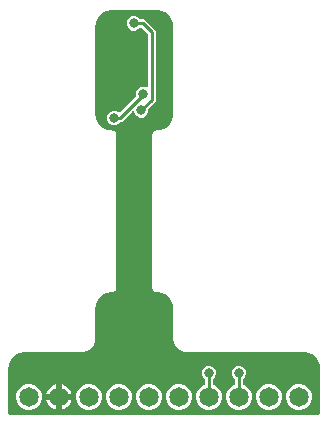
<source format=gbr>
G04 EAGLE Gerber RS-274X export*
G75*
%MOMM*%
%FSLAX34Y34*%
%LPD*%
%INBottom Copper*%
%IPPOS*%
%AMOC8*
5,1,8,0,0,1.08239X$1,22.5*%
G01*
%ADD10C,1.650000*%
%ADD11C,0.806400*%
%ADD12C,0.254000*%
%ADD13C,0.254000*%

G36*
X260468Y16D02*
X260468Y16D01*
X260587Y23D01*
X260625Y36D01*
X260666Y41D01*
X260776Y84D01*
X260889Y121D01*
X260924Y143D01*
X260961Y158D01*
X261057Y228D01*
X261158Y291D01*
X261186Y321D01*
X261219Y344D01*
X261295Y436D01*
X261376Y523D01*
X261396Y558D01*
X261421Y589D01*
X261472Y697D01*
X261530Y801D01*
X261540Y841D01*
X261557Y877D01*
X261579Y994D01*
X261609Y1109D01*
X261613Y1170D01*
X261617Y1190D01*
X261615Y1210D01*
X261619Y1270D01*
X261619Y36830D01*
X261617Y36852D01*
X261614Y36941D01*
X261421Y39146D01*
X261415Y39176D01*
X261415Y39206D01*
X261383Y39364D01*
X260810Y41502D01*
X260799Y41530D01*
X260793Y41560D01*
X260734Y41710D01*
X259799Y43716D01*
X259783Y43742D01*
X259772Y43771D01*
X259688Y43908D01*
X258418Y45721D01*
X258398Y45744D01*
X258383Y45770D01*
X258276Y45891D01*
X256711Y47456D01*
X256687Y47475D01*
X256667Y47498D01*
X256541Y47598D01*
X254728Y48868D01*
X254701Y48882D01*
X254678Y48902D01*
X254536Y48979D01*
X252530Y49914D01*
X252501Y49924D01*
X252475Y49939D01*
X252322Y49990D01*
X250184Y50563D01*
X250154Y50567D01*
X250125Y50577D01*
X249966Y50601D01*
X247761Y50794D01*
X247739Y50794D01*
X247650Y50799D01*
X148645Y50799D01*
X146606Y50978D01*
X144682Y51493D01*
X142877Y52335D01*
X141246Y53477D01*
X139837Y54886D01*
X138695Y56517D01*
X137853Y58322D01*
X137338Y60246D01*
X137159Y62285D01*
X137159Y87630D01*
X137157Y87652D01*
X137154Y87741D01*
X136961Y89946D01*
X136955Y89976D01*
X136955Y90006D01*
X136923Y90164D01*
X136350Y92302D01*
X136339Y92330D01*
X136333Y92360D01*
X136274Y92510D01*
X135339Y94516D01*
X135323Y94542D01*
X135312Y94571D01*
X135228Y94708D01*
X133958Y96521D01*
X133938Y96544D01*
X133923Y96570D01*
X133816Y96691D01*
X132251Y98256D01*
X132227Y98275D01*
X132207Y98298D01*
X132081Y98398D01*
X130268Y99668D01*
X130241Y99682D01*
X130218Y99702D01*
X130076Y99779D01*
X128070Y100714D01*
X128041Y100724D01*
X128015Y100739D01*
X127862Y100790D01*
X125724Y101363D01*
X125694Y101367D01*
X125665Y101377D01*
X125506Y101401D01*
X123317Y101593D01*
X122344Y101703D01*
X121540Y101984D01*
X120819Y102437D01*
X120217Y103039D01*
X119764Y103760D01*
X119483Y104564D01*
X119379Y105481D01*
X119379Y237419D01*
X119483Y238336D01*
X119764Y239140D01*
X119807Y239208D01*
X119807Y239209D01*
X120217Y239861D01*
X120819Y240463D01*
X121540Y240916D01*
X122344Y241197D01*
X123317Y241307D01*
X125506Y241499D01*
X125536Y241505D01*
X125566Y241505D01*
X125724Y241537D01*
X127862Y242110D01*
X127890Y242121D01*
X127920Y242127D01*
X128070Y242186D01*
X130076Y243121D01*
X130102Y243137D01*
X130131Y243148D01*
X130268Y243232D01*
X132081Y244502D01*
X132104Y244522D01*
X132130Y244537D01*
X132251Y244644D01*
X133816Y246209D01*
X133835Y246233D01*
X133858Y246253D01*
X133958Y246379D01*
X135228Y248192D01*
X135242Y248219D01*
X135262Y248242D01*
X135339Y248384D01*
X136274Y250390D01*
X136284Y250419D01*
X136299Y250445D01*
X136350Y250598D01*
X136923Y252736D01*
X136927Y252766D01*
X136937Y252795D01*
X136961Y252954D01*
X137154Y255159D01*
X137154Y255181D01*
X137159Y255270D01*
X137159Y326390D01*
X137157Y326412D01*
X137154Y326501D01*
X136961Y328706D01*
X136955Y328736D01*
X136955Y328766D01*
X136923Y328924D01*
X136350Y331062D01*
X136339Y331090D01*
X136333Y331120D01*
X136274Y331270D01*
X135339Y333276D01*
X135323Y333302D01*
X135312Y333331D01*
X135228Y333468D01*
X133958Y335281D01*
X133938Y335304D01*
X133923Y335330D01*
X133816Y335451D01*
X132251Y337016D01*
X132227Y337035D01*
X132207Y337058D01*
X132081Y337158D01*
X130268Y338428D01*
X130241Y338442D01*
X130218Y338462D01*
X130076Y338539D01*
X128070Y339474D01*
X128041Y339484D01*
X128015Y339499D01*
X127862Y339550D01*
X125724Y340123D01*
X125694Y340127D01*
X125665Y340137D01*
X125506Y340161D01*
X123301Y340354D01*
X123279Y340354D01*
X123190Y340359D01*
X87630Y340359D01*
X87609Y340357D01*
X87519Y340354D01*
X85314Y340161D01*
X85284Y340155D01*
X85254Y340155D01*
X85096Y340123D01*
X82958Y339550D01*
X82930Y339539D01*
X82900Y339533D01*
X82750Y339474D01*
X80744Y338539D01*
X80718Y338523D01*
X80689Y338512D01*
X80552Y338428D01*
X78739Y337158D01*
X78716Y337138D01*
X78690Y337123D01*
X78569Y337016D01*
X77004Y335451D01*
X76985Y335427D01*
X76962Y335407D01*
X76862Y335281D01*
X75592Y333468D01*
X75578Y333441D01*
X75558Y333418D01*
X75481Y333276D01*
X74546Y331270D01*
X74536Y331241D01*
X74521Y331215D01*
X74470Y331062D01*
X73897Y328924D01*
X73893Y328894D01*
X73883Y328865D01*
X73859Y328706D01*
X73666Y326501D01*
X73666Y326479D01*
X73661Y326390D01*
X73661Y255270D01*
X73663Y255249D01*
X73666Y255159D01*
X73859Y252954D01*
X73865Y252924D01*
X73865Y252894D01*
X73897Y252736D01*
X74470Y250598D01*
X74481Y250570D01*
X74487Y250540D01*
X74546Y250390D01*
X75481Y248384D01*
X75497Y248358D01*
X75508Y248329D01*
X75592Y248192D01*
X76862Y246379D01*
X76882Y246356D01*
X76897Y246330D01*
X77004Y246209D01*
X78569Y244644D01*
X78593Y244625D01*
X78613Y244602D01*
X78739Y244502D01*
X80552Y243232D01*
X80579Y243218D01*
X80602Y243198D01*
X80744Y243121D01*
X82750Y242186D01*
X82779Y242176D01*
X82805Y242161D01*
X82958Y242110D01*
X85096Y241537D01*
X85126Y241533D01*
X85155Y241523D01*
X85314Y241499D01*
X87503Y241307D01*
X88476Y241197D01*
X89280Y240916D01*
X90001Y240463D01*
X90603Y239861D01*
X91056Y239140D01*
X91337Y238336D01*
X91441Y237419D01*
X91441Y105481D01*
X91337Y104564D01*
X91056Y103760D01*
X90887Y103491D01*
X90887Y103490D01*
X90603Y103039D01*
X90001Y102437D01*
X89280Y101984D01*
X88476Y101703D01*
X87503Y101593D01*
X85314Y101401D01*
X85284Y101395D01*
X85254Y101395D01*
X85096Y101363D01*
X82958Y100790D01*
X82930Y100779D01*
X82900Y100773D01*
X82750Y100714D01*
X80744Y99779D01*
X80718Y99763D01*
X80689Y99752D01*
X80552Y99668D01*
X78739Y98398D01*
X78716Y98378D01*
X78690Y98363D01*
X78569Y98256D01*
X77004Y96691D01*
X76985Y96667D01*
X76962Y96647D01*
X76862Y96521D01*
X75592Y94708D01*
X75578Y94681D01*
X75558Y94658D01*
X75481Y94516D01*
X74546Y92510D01*
X74536Y92481D01*
X74521Y92455D01*
X74470Y92302D01*
X73897Y90164D01*
X73893Y90134D01*
X73883Y90105D01*
X73859Y89946D01*
X73666Y87741D01*
X73666Y87719D01*
X73661Y87630D01*
X73661Y62285D01*
X73482Y60246D01*
X72967Y58322D01*
X72125Y56517D01*
X70983Y54886D01*
X69574Y53477D01*
X67943Y52335D01*
X66138Y51493D01*
X64214Y50978D01*
X62175Y50799D01*
X13970Y50799D01*
X13949Y50797D01*
X13859Y50794D01*
X11654Y50601D01*
X11624Y50595D01*
X11594Y50595D01*
X11436Y50563D01*
X9298Y49990D01*
X9270Y49979D01*
X9240Y49973D01*
X9090Y49914D01*
X7084Y48979D01*
X7058Y48963D01*
X7029Y48952D01*
X6892Y48868D01*
X5079Y47598D01*
X5056Y47578D01*
X5030Y47563D01*
X4909Y47456D01*
X3344Y45891D01*
X3325Y45867D01*
X3302Y45847D01*
X3202Y45721D01*
X1932Y43908D01*
X1918Y43881D01*
X1898Y43858D01*
X1821Y43716D01*
X886Y41710D01*
X876Y41681D01*
X861Y41655D01*
X810Y41502D01*
X237Y39364D01*
X233Y39334D01*
X223Y39305D01*
X199Y39146D01*
X6Y36941D01*
X6Y36919D01*
X5Y36899D01*
X3Y36890D01*
X4Y36880D01*
X1Y36830D01*
X1Y1270D01*
X16Y1152D01*
X23Y1033D01*
X36Y995D01*
X41Y954D01*
X84Y844D01*
X121Y731D01*
X143Y696D01*
X158Y659D01*
X228Y563D01*
X291Y462D01*
X321Y434D01*
X344Y401D01*
X436Y326D01*
X523Y244D01*
X558Y224D01*
X589Y199D01*
X697Y148D01*
X801Y90D01*
X841Y80D01*
X877Y63D01*
X994Y41D01*
X1109Y11D01*
X1170Y7D01*
X1190Y3D01*
X1210Y5D01*
X1270Y1D01*
X260350Y1D01*
X260468Y16D01*
G37*
%LPC*%
G36*
X87694Y244125D02*
X87694Y244125D01*
X85465Y245049D01*
X83759Y246755D01*
X82835Y248984D01*
X82835Y251396D01*
X83759Y253625D01*
X85465Y255331D01*
X87694Y256255D01*
X90106Y256255D01*
X92335Y255331D01*
X92495Y255171D01*
X92590Y255098D01*
X92679Y255020D01*
X92715Y255001D01*
X92747Y254976D01*
X92856Y254929D01*
X92962Y254875D01*
X93002Y254866D01*
X93039Y254850D01*
X93156Y254831D01*
X93272Y254805D01*
X93313Y254807D01*
X93353Y254800D01*
X93471Y254811D01*
X93590Y254815D01*
X93629Y254826D01*
X93669Y254830D01*
X93781Y254870D01*
X93896Y254903D01*
X93931Y254924D01*
X93969Y254938D01*
X94067Y255004D01*
X94170Y255065D01*
X94215Y255105D01*
X94232Y255116D01*
X94245Y255131D01*
X94291Y255171D01*
X106793Y267673D01*
X106811Y267697D01*
X106833Y267716D01*
X106908Y267822D01*
X106987Y267925D01*
X106999Y267952D01*
X107016Y267976D01*
X107062Y268097D01*
X107114Y268216D01*
X107118Y268246D01*
X107129Y268273D01*
X107143Y268402D01*
X107164Y268530D01*
X107161Y268560D01*
X107164Y268589D01*
X107146Y268718D01*
X107134Y268847D01*
X107124Y268875D01*
X107120Y268904D01*
X107068Y269057D01*
X106965Y269304D01*
X106965Y271716D01*
X107889Y273945D01*
X109595Y275651D01*
X111824Y276575D01*
X114236Y276575D01*
X115592Y276013D01*
X115640Y276000D01*
X115685Y275979D01*
X115793Y275958D01*
X115899Y275929D01*
X115949Y275928D01*
X115998Y275919D01*
X116107Y275926D01*
X116217Y275924D01*
X116265Y275936D01*
X116315Y275939D01*
X116419Y275973D01*
X116526Y275998D01*
X116570Y276021D01*
X116617Y276037D01*
X116710Y276096D01*
X116807Y276147D01*
X116844Y276180D01*
X116886Y276207D01*
X116961Y276287D01*
X117043Y276361D01*
X117070Y276402D01*
X117104Y276439D01*
X117157Y276535D01*
X117217Y276627D01*
X117234Y276674D01*
X117258Y276717D01*
X117285Y276823D01*
X117321Y276927D01*
X117325Y276977D01*
X117337Y277025D01*
X117347Y277186D01*
X117347Y320686D01*
X117335Y320784D01*
X117332Y320883D01*
X117315Y320942D01*
X117307Y321002D01*
X117271Y321094D01*
X117243Y321189D01*
X117213Y321241D01*
X117190Y321297D01*
X117132Y321377D01*
X117082Y321463D01*
X117016Y321538D01*
X117004Y321555D01*
X116994Y321563D01*
X116976Y321584D01*
X112071Y326489D01*
X111976Y326562D01*
X111887Y326640D01*
X111851Y326659D01*
X111819Y326684D01*
X111710Y326731D01*
X111604Y326785D01*
X111565Y326794D01*
X111527Y326810D01*
X111410Y326829D01*
X111294Y326855D01*
X111253Y326853D01*
X111213Y326860D01*
X111095Y326849D01*
X110976Y326845D01*
X110937Y326834D01*
X110897Y326830D01*
X110785Y326790D01*
X110670Y326757D01*
X110636Y326736D01*
X110597Y326722D01*
X110499Y326656D01*
X110396Y326595D01*
X110351Y326555D01*
X110334Y326544D01*
X110321Y326529D01*
X110276Y326489D01*
X108845Y325059D01*
X106616Y324135D01*
X104204Y324135D01*
X101975Y325059D01*
X100269Y326765D01*
X99345Y328994D01*
X99345Y331406D01*
X100269Y333635D01*
X101975Y335341D01*
X104204Y336265D01*
X106616Y336265D01*
X108845Y335341D01*
X110312Y333874D01*
X110391Y333814D01*
X110463Y333746D01*
X110516Y333717D01*
X110564Y333680D01*
X110655Y333640D01*
X110741Y333592D01*
X110800Y333577D01*
X110855Y333553D01*
X110953Y333538D01*
X111049Y333513D01*
X111149Y333507D01*
X111170Y333503D01*
X111182Y333505D01*
X111210Y333503D01*
X114398Y333503D01*
X123953Y323948D01*
X123953Y264062D01*
X118196Y258306D01*
X118136Y258227D01*
X118068Y258155D01*
X118039Y258102D01*
X118002Y258054D01*
X117962Y257963D01*
X117914Y257877D01*
X117899Y257818D01*
X117875Y257763D01*
X117860Y257665D01*
X117835Y257569D01*
X117829Y257469D01*
X117825Y257448D01*
X117827Y257436D01*
X117825Y257408D01*
X117825Y255334D01*
X116901Y253105D01*
X115195Y251399D01*
X112966Y250475D01*
X110554Y250475D01*
X108325Y251399D01*
X106619Y253105D01*
X105865Y254923D01*
X105841Y254966D01*
X105824Y255013D01*
X105762Y255104D01*
X105708Y255199D01*
X105673Y255235D01*
X105645Y255276D01*
X105563Y255349D01*
X105487Y255427D01*
X105444Y255453D01*
X105407Y255486D01*
X105309Y255536D01*
X105216Y255594D01*
X105168Y255608D01*
X105124Y255631D01*
X105017Y255655D01*
X104912Y255687D01*
X104862Y255690D01*
X104813Y255701D01*
X104704Y255697D01*
X104594Y255702D01*
X104545Y255692D01*
X104496Y255691D01*
X104390Y255660D01*
X104282Y255638D01*
X104238Y255616D01*
X104190Y255603D01*
X104096Y255547D01*
X103997Y255498D01*
X103959Y255466D01*
X103916Y255441D01*
X103795Y255335D01*
X95348Y246887D01*
X94700Y246887D01*
X94602Y246875D01*
X94503Y246872D01*
X94444Y246855D01*
X94384Y246847D01*
X94292Y246811D01*
X94197Y246783D01*
X94145Y246753D01*
X94089Y246730D01*
X94009Y246672D01*
X93923Y246622D01*
X93848Y246556D01*
X93831Y246544D01*
X93824Y246534D01*
X93802Y246516D01*
X92335Y245049D01*
X90106Y244125D01*
X87694Y244125D01*
G37*
%LPD*%
%LPC*%
G36*
X192164Y3179D02*
X192164Y3179D01*
X188198Y4822D01*
X185162Y7858D01*
X183519Y11824D01*
X183519Y16116D01*
X185162Y20082D01*
X188198Y23118D01*
X190224Y23957D01*
X190249Y23972D01*
X190277Y23981D01*
X190387Y24050D01*
X190500Y24115D01*
X190521Y24135D01*
X190546Y24151D01*
X190635Y24246D01*
X190728Y24336D01*
X190744Y24361D01*
X190764Y24383D01*
X190827Y24497D01*
X190895Y24607D01*
X190903Y24635D01*
X190918Y24661D01*
X190950Y24787D01*
X190988Y24911D01*
X190990Y24941D01*
X190997Y24969D01*
X191007Y25130D01*
X191007Y28490D01*
X190995Y28588D01*
X190992Y28687D01*
X190975Y28746D01*
X190967Y28806D01*
X190931Y28898D01*
X190903Y28993D01*
X190873Y29045D01*
X190850Y29101D01*
X190792Y29181D01*
X190742Y29267D01*
X190676Y29342D01*
X190664Y29359D01*
X190654Y29366D01*
X190636Y29388D01*
X189169Y30855D01*
X188245Y33084D01*
X188245Y35496D01*
X189169Y37725D01*
X190875Y39431D01*
X193104Y40355D01*
X195516Y40355D01*
X197745Y39431D01*
X199451Y37725D01*
X200375Y35496D01*
X200375Y33084D01*
X199451Y30855D01*
X197984Y29388D01*
X197924Y29309D01*
X197856Y29237D01*
X197827Y29184D01*
X197790Y29136D01*
X197750Y29045D01*
X197702Y28959D01*
X197687Y28900D01*
X197663Y28845D01*
X197648Y28747D01*
X197623Y28651D01*
X197617Y28551D01*
X197613Y28530D01*
X197615Y28518D01*
X197613Y28490D01*
X197613Y25130D01*
X197616Y25100D01*
X197614Y25071D01*
X197636Y24943D01*
X197653Y24814D01*
X197663Y24787D01*
X197668Y24758D01*
X197722Y24639D01*
X197770Y24519D01*
X197787Y24495D01*
X197799Y24468D01*
X197880Y24366D01*
X197956Y24261D01*
X197979Y24242D01*
X197998Y24219D01*
X198101Y24141D01*
X198201Y24058D01*
X198228Y24046D01*
X198252Y24028D01*
X198396Y23957D01*
X200422Y23118D01*
X203458Y20082D01*
X205101Y16116D01*
X205101Y11824D01*
X203458Y7858D01*
X200422Y4822D01*
X196456Y3179D01*
X192164Y3179D01*
G37*
%LPD*%
%LPC*%
G36*
X166764Y3179D02*
X166764Y3179D01*
X162798Y4822D01*
X159762Y7858D01*
X158119Y11824D01*
X158119Y16116D01*
X159762Y20082D01*
X162798Y23118D01*
X164824Y23957D01*
X164849Y23972D01*
X164877Y23981D01*
X164987Y24050D01*
X165100Y24115D01*
X165121Y24135D01*
X165146Y24151D01*
X165235Y24246D01*
X165328Y24336D01*
X165344Y24361D01*
X165364Y24383D01*
X165427Y24497D01*
X165495Y24607D01*
X165503Y24635D01*
X165518Y24661D01*
X165550Y24787D01*
X165588Y24911D01*
X165590Y24941D01*
X165597Y24969D01*
X165607Y25130D01*
X165607Y28490D01*
X165595Y28588D01*
X165592Y28687D01*
X165575Y28746D01*
X165567Y28806D01*
X165531Y28898D01*
X165503Y28993D01*
X165473Y29045D01*
X165450Y29101D01*
X165392Y29181D01*
X165342Y29267D01*
X165276Y29342D01*
X165264Y29359D01*
X165254Y29366D01*
X165236Y29388D01*
X163769Y30855D01*
X162845Y33084D01*
X162845Y35496D01*
X163769Y37725D01*
X165475Y39431D01*
X167704Y40355D01*
X170116Y40355D01*
X172345Y39431D01*
X174051Y37725D01*
X174975Y35496D01*
X174975Y33084D01*
X174051Y30855D01*
X172584Y29388D01*
X172524Y29309D01*
X172456Y29237D01*
X172427Y29184D01*
X172390Y29136D01*
X172350Y29045D01*
X172302Y28959D01*
X172287Y28900D01*
X172263Y28845D01*
X172248Y28747D01*
X172223Y28651D01*
X172217Y28551D01*
X172213Y28530D01*
X172215Y28518D01*
X172213Y28490D01*
X172213Y25130D01*
X172216Y25100D01*
X172214Y25071D01*
X172236Y24943D01*
X172253Y24814D01*
X172263Y24787D01*
X172268Y24758D01*
X172322Y24639D01*
X172370Y24519D01*
X172387Y24495D01*
X172399Y24468D01*
X172480Y24366D01*
X172556Y24261D01*
X172579Y24242D01*
X172598Y24219D01*
X172701Y24141D01*
X172801Y24058D01*
X172828Y24046D01*
X172852Y24028D01*
X172996Y23957D01*
X175022Y23118D01*
X178058Y20082D01*
X179701Y16116D01*
X179701Y11824D01*
X178058Y7858D01*
X175022Y4822D01*
X171056Y3179D01*
X166764Y3179D01*
G37*
%LPD*%
%LPC*%
G36*
X242964Y3179D02*
X242964Y3179D01*
X238998Y4822D01*
X235962Y7858D01*
X234319Y11824D01*
X234319Y16116D01*
X235962Y20082D01*
X238998Y23118D01*
X242964Y24761D01*
X247256Y24761D01*
X251222Y23118D01*
X254258Y20082D01*
X255901Y16116D01*
X255901Y11824D01*
X254258Y7858D01*
X251222Y4822D01*
X247256Y3179D01*
X242964Y3179D01*
G37*
%LPD*%
%LPC*%
G36*
X217564Y3179D02*
X217564Y3179D01*
X213598Y4822D01*
X210562Y7858D01*
X208919Y11824D01*
X208919Y16116D01*
X210562Y20082D01*
X213598Y23118D01*
X217564Y24761D01*
X221856Y24761D01*
X225822Y23118D01*
X228858Y20082D01*
X230501Y16116D01*
X230501Y11824D01*
X228858Y7858D01*
X225822Y4822D01*
X221856Y3179D01*
X217564Y3179D01*
G37*
%LPD*%
%LPC*%
G36*
X141364Y3179D02*
X141364Y3179D01*
X137398Y4822D01*
X134362Y7858D01*
X132719Y11824D01*
X132719Y16116D01*
X134362Y20082D01*
X137398Y23118D01*
X141364Y24761D01*
X145656Y24761D01*
X149622Y23118D01*
X152658Y20082D01*
X154301Y16116D01*
X154301Y11824D01*
X152658Y7858D01*
X149622Y4822D01*
X145656Y3179D01*
X141364Y3179D01*
G37*
%LPD*%
%LPC*%
G36*
X115964Y3179D02*
X115964Y3179D01*
X111998Y4822D01*
X108962Y7858D01*
X107319Y11824D01*
X107319Y16116D01*
X108962Y20082D01*
X111998Y23118D01*
X115964Y24761D01*
X120256Y24761D01*
X124222Y23118D01*
X127258Y20082D01*
X128901Y16116D01*
X128901Y11824D01*
X127258Y7858D01*
X124222Y4822D01*
X120256Y3179D01*
X115964Y3179D01*
G37*
%LPD*%
%LPC*%
G36*
X90564Y3179D02*
X90564Y3179D01*
X86598Y4822D01*
X83562Y7858D01*
X81919Y11824D01*
X81919Y16116D01*
X83562Y20082D01*
X86598Y23118D01*
X90564Y24761D01*
X94856Y24761D01*
X98822Y23118D01*
X101858Y20082D01*
X103501Y16116D01*
X103501Y11824D01*
X101858Y7858D01*
X98822Y4822D01*
X94856Y3179D01*
X90564Y3179D01*
G37*
%LPD*%
%LPC*%
G36*
X65164Y3179D02*
X65164Y3179D01*
X61198Y4822D01*
X58162Y7858D01*
X56519Y11824D01*
X56519Y16116D01*
X58162Y20082D01*
X61198Y23118D01*
X65164Y24761D01*
X69456Y24761D01*
X73422Y23118D01*
X76458Y20082D01*
X78101Y16116D01*
X78101Y11824D01*
X76458Y7858D01*
X73422Y4822D01*
X69456Y3179D01*
X65164Y3179D01*
G37*
%LPD*%
%LPC*%
G36*
X14364Y3179D02*
X14364Y3179D01*
X10398Y4822D01*
X7362Y7858D01*
X5719Y11824D01*
X5719Y16116D01*
X7362Y20082D01*
X10398Y23118D01*
X14364Y24761D01*
X18656Y24761D01*
X22622Y23118D01*
X25658Y20082D01*
X27301Y16116D01*
X27301Y11824D01*
X25658Y7858D01*
X22622Y4822D01*
X18656Y3179D01*
X14364Y3179D01*
G37*
%LPD*%
%LPC*%
G36*
X44449Y16509D02*
X44449Y16509D01*
X44449Y24491D01*
X46052Y23970D01*
X47566Y23199D01*
X48940Y22201D01*
X50141Y21000D01*
X51139Y19626D01*
X51910Y18112D01*
X52431Y16509D01*
X44449Y16509D01*
G37*
%LPD*%
%LPC*%
G36*
X31389Y16509D02*
X31389Y16509D01*
X31910Y18112D01*
X32681Y19626D01*
X33679Y21000D01*
X34880Y22201D01*
X36254Y23199D01*
X37768Y23970D01*
X39371Y24491D01*
X39371Y16509D01*
X31389Y16509D01*
G37*
%LPD*%
%LPC*%
G36*
X44449Y11431D02*
X44449Y11431D01*
X52431Y11431D01*
X51910Y9828D01*
X51139Y8314D01*
X50141Y6940D01*
X48940Y5739D01*
X47566Y4741D01*
X46052Y3970D01*
X44449Y3449D01*
X44449Y11431D01*
G37*
%LPD*%
%LPC*%
G36*
X37768Y3970D02*
X37768Y3970D01*
X36254Y4741D01*
X34880Y5739D01*
X33679Y6940D01*
X32681Y8314D01*
X31910Y9828D01*
X31389Y11431D01*
X39371Y11431D01*
X39371Y3449D01*
X37768Y3970D01*
G37*
%LPD*%
%LPC*%
G36*
X41909Y13969D02*
X41909Y13969D01*
X41909Y13971D01*
X41911Y13971D01*
X41911Y13969D01*
X41909Y13969D01*
G37*
%LPD*%
D10*
X16510Y13970D03*
X41910Y13970D03*
X67310Y13970D03*
X92710Y13970D03*
X118110Y13970D03*
X143510Y13970D03*
X168910Y13970D03*
X194310Y13970D03*
X219710Y13970D03*
X245110Y13970D03*
D11*
X128270Y270510D03*
X81280Y257810D03*
X97790Y270510D03*
X105410Y308610D03*
X113030Y270510D03*
X88900Y250190D03*
D12*
X113030Y269240D02*
X113030Y270510D01*
X93980Y250190D02*
X88900Y250190D01*
X93980Y250190D02*
X113030Y269240D01*
D11*
X111760Y256540D03*
X105410Y330200D03*
D12*
X113030Y330200D02*
X120650Y322580D01*
X113030Y330200D02*
X105410Y330200D01*
X120650Y265430D02*
X111760Y256540D01*
X120650Y265430D02*
X120650Y322580D01*
D11*
X194310Y34290D03*
D12*
X194310Y13970D01*
D11*
X168910Y34290D03*
D12*
X168910Y13970D01*
D13*
X0Y0D02*
X261620Y0D01*
X261620Y38100D01*
X261572Y39207D01*
X261427Y40305D01*
X261187Y41387D01*
X260854Y42444D01*
X260430Y43467D01*
X259919Y44450D01*
X259323Y45384D01*
X258649Y46263D01*
X257900Y47080D01*
X257083Y47829D01*
X256204Y48503D01*
X255270Y49099D01*
X254287Y49610D01*
X253264Y50034D01*
X252207Y50367D01*
X251125Y50607D01*
X250027Y50752D01*
X248920Y50800D01*
X149860Y50800D01*
X148753Y50848D01*
X147655Y50993D01*
X146573Y51233D01*
X145516Y51566D01*
X144493Y51990D01*
X143510Y52501D01*
X142576Y53097D01*
X141697Y53771D01*
X140880Y54520D01*
X140131Y55337D01*
X139457Y56216D01*
X138861Y57150D01*
X138350Y58133D01*
X137926Y59156D01*
X137593Y60213D01*
X137353Y61295D01*
X137208Y62393D01*
X137160Y63500D01*
X137160Y88900D01*
X137112Y90007D01*
X136967Y91105D01*
X136727Y92187D01*
X136394Y93244D01*
X135970Y94267D01*
X135459Y95250D01*
X134863Y96184D01*
X134189Y97063D01*
X133440Y97880D01*
X132623Y98629D01*
X131744Y99303D01*
X130810Y99899D01*
X129827Y100410D01*
X128804Y100834D01*
X127747Y101167D01*
X126665Y101407D01*
X125567Y101552D01*
X124460Y101600D01*
X124017Y101619D01*
X123578Y101677D01*
X123145Y101773D01*
X122723Y101906D01*
X122313Y102076D01*
X121920Y102281D01*
X121546Y102519D01*
X121195Y102789D01*
X120868Y103088D01*
X120569Y103415D01*
X120299Y103766D01*
X120061Y104140D01*
X119856Y104533D01*
X119686Y104943D01*
X119553Y105365D01*
X119457Y105798D01*
X119399Y106237D01*
X119380Y106680D01*
X119380Y236220D01*
X119399Y236663D01*
X119457Y237102D01*
X119553Y237535D01*
X119686Y237957D01*
X119856Y238367D01*
X120061Y238760D01*
X120299Y239134D01*
X120569Y239485D01*
X120868Y239812D01*
X121195Y240112D01*
X121546Y240381D01*
X121920Y240619D01*
X122313Y240824D01*
X122723Y240994D01*
X123145Y241127D01*
X123578Y241223D01*
X124017Y241281D01*
X124460Y241300D01*
X125567Y241348D01*
X126665Y241493D01*
X127747Y241733D01*
X128804Y242066D01*
X129827Y242490D01*
X130810Y243001D01*
X131744Y243597D01*
X132623Y244271D01*
X133440Y245020D01*
X134189Y245837D01*
X134863Y246716D01*
X135459Y247650D01*
X135970Y248633D01*
X136394Y249656D01*
X136727Y250713D01*
X136967Y251795D01*
X137112Y252893D01*
X137160Y254000D01*
X137160Y327660D01*
X137112Y328767D01*
X136967Y329865D01*
X136727Y330947D01*
X136394Y332004D01*
X135970Y333027D01*
X135459Y334010D01*
X134863Y334944D01*
X134189Y335823D01*
X133440Y336640D01*
X132623Y337389D01*
X131744Y338063D01*
X130810Y338659D01*
X129827Y339170D01*
X128804Y339594D01*
X127747Y339927D01*
X126665Y340167D01*
X125567Y340312D01*
X124460Y340360D01*
X86360Y340360D01*
X85253Y340312D01*
X84155Y340167D01*
X83073Y339927D01*
X82016Y339594D01*
X80993Y339170D01*
X80010Y338659D01*
X79076Y338063D01*
X78197Y337389D01*
X77380Y336640D01*
X76631Y335823D01*
X75957Y334944D01*
X75361Y334010D01*
X74850Y333027D01*
X74426Y332004D01*
X74093Y330947D01*
X73853Y329865D01*
X73708Y328767D01*
X73660Y327660D01*
X73660Y254000D01*
X73708Y252893D01*
X73853Y251795D01*
X74093Y250713D01*
X74426Y249656D01*
X74850Y248633D01*
X75361Y247650D01*
X75957Y246716D01*
X76631Y245837D01*
X77380Y245020D01*
X78197Y244271D01*
X79076Y243597D01*
X80010Y243001D01*
X80993Y242490D01*
X82016Y242066D01*
X83073Y241733D01*
X84155Y241493D01*
X85253Y241348D01*
X86360Y241300D01*
X86803Y241281D01*
X87242Y241223D01*
X87675Y241127D01*
X88097Y240994D01*
X88507Y240824D01*
X88900Y240619D01*
X89274Y240381D01*
X89625Y240112D01*
X89952Y239812D01*
X90252Y239485D01*
X90521Y239134D01*
X90759Y238760D01*
X90964Y238367D01*
X91134Y237957D01*
X91267Y237535D01*
X91363Y237102D01*
X91421Y236663D01*
X91440Y236220D01*
X91440Y106680D01*
X91421Y106237D01*
X91363Y105798D01*
X91267Y105365D01*
X91134Y104943D01*
X90964Y104533D01*
X90759Y104140D01*
X90521Y103766D01*
X90252Y103415D01*
X89952Y103088D01*
X89625Y102789D01*
X89274Y102519D01*
X88900Y102281D01*
X88507Y102076D01*
X88097Y101906D01*
X87675Y101773D01*
X87242Y101677D01*
X86803Y101619D01*
X86360Y101600D01*
X85253Y101552D01*
X84155Y101407D01*
X83073Y101167D01*
X82016Y100834D01*
X80993Y100410D01*
X80010Y99899D01*
X79076Y99303D01*
X78197Y98629D01*
X77380Y97880D01*
X76631Y97063D01*
X75957Y96184D01*
X75361Y95250D01*
X74850Y94267D01*
X74426Y93244D01*
X74093Y92187D01*
X73853Y91105D01*
X73708Y90007D01*
X73660Y88900D01*
X73660Y63500D01*
X73612Y62393D01*
X73467Y61295D01*
X73227Y60213D01*
X72894Y59156D01*
X72470Y58133D01*
X71959Y57150D01*
X71363Y56216D01*
X70689Y55337D01*
X69940Y54520D01*
X69123Y53771D01*
X68244Y53097D01*
X67310Y52501D01*
X66327Y51990D01*
X65304Y51566D01*
X64247Y51233D01*
X63165Y50993D01*
X62067Y50848D01*
X60960Y50800D01*
X12700Y50800D01*
X11593Y50752D01*
X10495Y50607D01*
X9413Y50367D01*
X8356Y50034D01*
X7333Y49610D01*
X6350Y49099D01*
X5416Y48503D01*
X4537Y47829D01*
X3720Y47080D01*
X2971Y46263D01*
X2297Y45384D01*
X1701Y44450D01*
X1190Y43467D01*
X766Y42444D01*
X433Y41387D01*
X193Y40305D01*
X48Y39207D01*
X0Y38100D01*
X0Y0D01*
M02*

</source>
